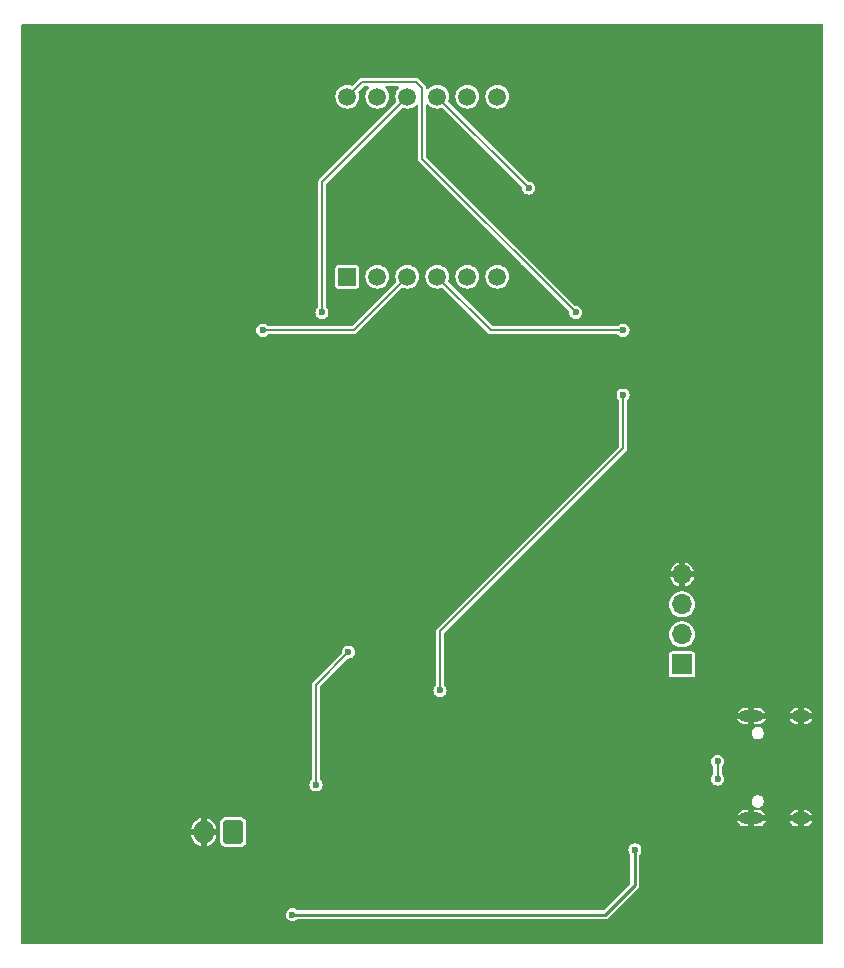
<source format=gbr>
%TF.GenerationSoftware,KiCad,Pcbnew,8.0.3*%
%TF.CreationDate,2024-07-18T13:59:58+08:00*%
%TF.ProjectId,NTC,4e54432e-6b69-4636-9164-5f7063625858,rev?*%
%TF.SameCoordinates,Original*%
%TF.FileFunction,Copper,L2,Bot*%
%TF.FilePolarity,Positive*%
%FSLAX46Y46*%
G04 Gerber Fmt 4.6, Leading zero omitted, Abs format (unit mm)*
G04 Created by KiCad (PCBNEW 8.0.3) date 2024-07-18 13:59:58*
%MOMM*%
%LPD*%
G01*
G04 APERTURE LIST*
G04 Aperture macros list*
%AMRoundRect*
0 Rectangle with rounded corners*
0 $1 Rounding radius*
0 $2 $3 $4 $5 $6 $7 $8 $9 X,Y pos of 4 corners*
0 Add a 4 corners polygon primitive as box body*
4,1,4,$2,$3,$4,$5,$6,$7,$8,$9,$2,$3,0*
0 Add four circle primitives for the rounded corners*
1,1,$1+$1,$2,$3*
1,1,$1+$1,$4,$5*
1,1,$1+$1,$6,$7*
1,1,$1+$1,$8,$9*
0 Add four rect primitives between the rounded corners*
20,1,$1+$1,$2,$3,$4,$5,0*
20,1,$1+$1,$4,$5,$6,$7,0*
20,1,$1+$1,$6,$7,$8,$9,0*
20,1,$1+$1,$8,$9,$2,$3,0*%
G04 Aperture macros list end*
%TA.AperFunction,ComponentPad*%
%ADD10R,1.700000X1.700000*%
%TD*%
%TA.AperFunction,ComponentPad*%
%ADD11O,1.700000X1.700000*%
%TD*%
%TA.AperFunction,ComponentPad*%
%ADD12R,1.500000X1.500000*%
%TD*%
%TA.AperFunction,ComponentPad*%
%ADD13C,1.500000*%
%TD*%
%TA.AperFunction,ComponentPad*%
%ADD14O,2.100000X1.000000*%
%TD*%
%TA.AperFunction,ComponentPad*%
%ADD15O,1.600000X1.000000*%
%TD*%
%TA.AperFunction,ComponentPad*%
%ADD16RoundRect,0.250000X0.600000X0.750000X-0.600000X0.750000X-0.600000X-0.750000X0.600000X-0.750000X0*%
%TD*%
%TA.AperFunction,ComponentPad*%
%ADD17O,1.700000X2.000000*%
%TD*%
%TA.AperFunction,ViaPad*%
%ADD18C,0.600000*%
%TD*%
%TA.AperFunction,Conductor*%
%ADD19C,0.200000*%
%TD*%
%TA.AperFunction,Conductor*%
%ADD20C,0.250000*%
%TD*%
G04 APERTURE END LIST*
D10*
%TO.P,J1,1,Pin_1*%
%TO.N,VDD*%
X172000000Y-104800000D03*
D11*
%TO.P,J1,2,Pin_2*%
%TO.N,/SWDIO*%
X172000000Y-102260000D03*
%TO.P,J1,3,Pin_3*%
%TO.N,/SWCLK*%
X172000000Y-99720000D03*
%TO.P,J1,4,Pin_4*%
%TO.N,GND*%
X172000000Y-97180000D03*
%TD*%
D12*
%TO.P,U2,1,e*%
%TO.N,Net-(U2-e)*%
X143650000Y-71977500D03*
D13*
%TO.P,U2,2,d*%
%TO.N,Net-(U2-d)*%
X146190000Y-71977500D03*
%TO.P,U2,3,DPX*%
%TO.N,Net-(U2-DPX)*%
X148730000Y-71977500D03*
%TO.P,U2,4,c*%
%TO.N,Net-(U2-c)*%
X151270000Y-71977500D03*
%TO.P,U2,5,g*%
%TO.N,Net-(U2-g)*%
X153810000Y-71977500D03*
%TO.P,U2,6,CC4*%
%TO.N,Net-(Q4-C)*%
X156350000Y-71977500D03*
%TO.P,U2,7,b*%
%TO.N,Net-(U2-b)*%
X156350000Y-56737500D03*
%TO.P,U2,8,CC3*%
%TO.N,Net-(Q3-C)*%
X153810000Y-56737500D03*
%TO.P,U2,9,CC2*%
%TO.N,Net-(Q2-C)*%
X151270000Y-56737500D03*
%TO.P,U2,10,f*%
%TO.N,Net-(U2-f)*%
X148730000Y-56737500D03*
%TO.P,U2,11,a*%
%TO.N,Net-(U2-a)*%
X146190000Y-56737500D03*
%TO.P,U2,12,CC1*%
%TO.N,Net-(Q1-C)*%
X143650000Y-56737500D03*
%TD*%
D14*
%TO.P,J3,S1,SHIELD*%
%TO.N,GND*%
X177870000Y-117820000D03*
D15*
X182050000Y-117820000D03*
D14*
X177870000Y-109180000D03*
D15*
X182050000Y-109180000D03*
%TD*%
D16*
%TO.P,J2,1,Pin_1*%
%TO.N,Net-(J2-Pin_1)*%
X134000000Y-119000000D03*
D17*
%TO.P,J2,2,Pin_2*%
%TO.N,GND*%
X131500000Y-119000000D03*
%TD*%
D18*
%TO.N,GND*%
X162500000Y-125000000D03*
X166000000Y-127500000D03*
%TO.N,Net-(U2-DPX)*%
X136500000Y-76500000D03*
%TO.N,Net-(U2-f)*%
X141500000Y-75000000D03*
%TO.N,Net-(U2-c)*%
X167000000Y-76500000D03*
%TO.N,/SEG_C*%
X167000000Y-82000000D03*
X151500000Y-107000000D03*
%TO.N,GND*%
X182000000Y-98500000D03*
X160000000Y-91500000D03*
X152500000Y-105500000D03*
X179000000Y-125000000D03*
X156000000Y-118500000D03*
X138000000Y-85500000D03*
X120500000Y-125500000D03*
X169500000Y-110500000D03*
X160000000Y-96000000D03*
X142000000Y-111500000D03*
X180500000Y-125000000D03*
X145500000Y-124000000D03*
X181000000Y-52000000D03*
X133500000Y-114000000D03*
X119000000Y-55000000D03*
X145500000Y-85500000D03*
X181000000Y-53500000D03*
X181000000Y-55000000D03*
X156000000Y-114000000D03*
X149000000Y-116500000D03*
X148500000Y-104000000D03*
X136500000Y-105000000D03*
X140500000Y-85500000D03*
X180000000Y-102500000D03*
X119000000Y-52000000D03*
X160000000Y-82500000D03*
X173000000Y-124500000D03*
X149000000Y-87500000D03*
X117500000Y-125500000D03*
X117500000Y-127000000D03*
X153000000Y-124000000D03*
X148500000Y-107000000D03*
X139500000Y-104000000D03*
X182500000Y-52000000D03*
X180000000Y-100500000D03*
X180000000Y-98500000D03*
X138500000Y-116000000D03*
X119000000Y-125500000D03*
X182000000Y-125000000D03*
X149000000Y-124000000D03*
X164500000Y-82500000D03*
X144500000Y-109000000D03*
X149000000Y-90500000D03*
X139500000Y-96000000D03*
X155500000Y-82500000D03*
X144000000Y-96000000D03*
X117500000Y-53500000D03*
X119000000Y-53500000D03*
X182500000Y-53500000D03*
X182000000Y-100500000D03*
X119000000Y-127000000D03*
X120500000Y-127000000D03*
X155500000Y-96000000D03*
X135000000Y-85500000D03*
X144000000Y-117500000D03*
X180500000Y-126500000D03*
X169500000Y-124500000D03*
X182500000Y-55000000D03*
X151500000Y-82500000D03*
X182000000Y-102500000D03*
X182000000Y-126500000D03*
X145400000Y-110000000D03*
X179000000Y-126500000D03*
X169500000Y-116000000D03*
X117500000Y-52000000D03*
X117500000Y-55000000D03*
X131000000Y-103000000D03*
X147500000Y-85500000D03*
X149000000Y-120500000D03*
X152500000Y-103500000D03*
X148500000Y-105500000D03*
X143000000Y-85500000D03*
X157000000Y-87500000D03*
X141000000Y-121000000D03*
X152500000Y-87500000D03*
X152500000Y-90500000D03*
X135500000Y-112500000D03*
%TO.N,/VREF*%
X143750000Y-103750000D03*
X141000000Y-115000000D03*
%TO.N,VCC*%
X139000000Y-126000000D03*
X168000000Y-120500000D03*
%TO.N,Net-(Q1-C)*%
X163000000Y-75000000D03*
%TO.N,Net-(Q2-C)*%
X159000000Y-64467500D03*
%TO.N,Net-(U4-UD-)*%
X175000000Y-114500000D03*
X175000000Y-113000000D03*
%TD*%
D19*
%TO.N,Net-(U2-DPX)*%
X144207500Y-76500000D02*
X148730000Y-71977500D01*
X136500000Y-76500000D02*
X144207500Y-76500000D01*
%TO.N,Net-(U2-f)*%
X141500000Y-75000000D02*
X141500000Y-63967500D01*
X141500000Y-63967500D02*
X148730000Y-56737500D01*
%TO.N,Net-(U2-c)*%
X155792500Y-76500000D02*
X151270000Y-71977500D01*
X167000000Y-76500000D02*
X155792500Y-76500000D01*
%TO.N,/SEG_C*%
X167000000Y-86500000D02*
X167000000Y-82000000D01*
X151500000Y-107000000D02*
X151500000Y-102000000D01*
X151500000Y-102000000D02*
X167000000Y-86500000D01*
%TO.N,/VREF*%
X141000000Y-106500000D02*
X143750000Y-103750000D01*
X141000000Y-115000000D02*
X141000000Y-106500000D01*
D20*
%TO.N,VCC*%
X165500000Y-126000000D02*
X168000000Y-123500000D01*
X168000000Y-123500000D02*
X168000000Y-120500000D01*
X139000000Y-126000000D02*
X165500000Y-126000000D01*
D19*
%TO.N,Net-(Q1-C)*%
X163000000Y-75000000D02*
X150000000Y-62000000D01*
X150000000Y-56000000D02*
X149500000Y-55500000D01*
X144887500Y-55500000D02*
X143650000Y-56737500D01*
X149500000Y-55500000D02*
X144887500Y-55500000D01*
X150000000Y-62000000D02*
X150000000Y-56000000D01*
%TO.N,Net-(Q2-C)*%
X159000000Y-64467500D02*
X151270000Y-56737500D01*
%TO.N,Net-(U4-UD-)*%
X175000000Y-113000000D02*
X175000000Y-114500000D01*
%TD*%
%TA.AperFunction,Conductor*%
%TO.N,GND*%
G36*
X183908691Y-50569407D02*
G01*
X183944655Y-50618907D01*
X183949500Y-50649500D01*
X183949500Y-128350500D01*
X183930593Y-128408691D01*
X183881093Y-128444655D01*
X183850500Y-128449500D01*
X116149500Y-128449500D01*
X116091309Y-128430593D01*
X116055345Y-128381093D01*
X116050500Y-128350500D01*
X116050500Y-125999999D01*
X138444750Y-125999999D01*
X138444750Y-126000000D01*
X138463669Y-126143708D01*
X138463670Y-126143709D01*
X138519139Y-126277625D01*
X138607379Y-126392621D01*
X138722375Y-126480861D01*
X138856291Y-126536330D01*
X139000000Y-126555250D01*
X139143709Y-126536330D01*
X139277625Y-126480861D01*
X139388273Y-126395957D01*
X139445947Y-126375534D01*
X139448539Y-126375500D01*
X165549436Y-126375500D01*
X165597186Y-126362705D01*
X165597187Y-126362705D01*
X165644934Y-126349911D01*
X165644933Y-126349911D01*
X165644938Y-126349910D01*
X165730562Y-126300475D01*
X165800475Y-126230562D01*
X168300474Y-123730563D01*
X168300475Y-123730562D01*
X168349910Y-123644938D01*
X168375500Y-123549435D01*
X168375500Y-120948539D01*
X168394407Y-120890348D01*
X168395925Y-120888314D01*
X168480861Y-120777625D01*
X168536330Y-120643709D01*
X168555250Y-120500000D01*
X168536330Y-120356291D01*
X168480861Y-120222375D01*
X168392621Y-120107379D01*
X168277625Y-120019139D01*
X168277621Y-120019137D01*
X168143709Y-119963670D01*
X168143708Y-119963669D01*
X168000000Y-119944750D01*
X167856291Y-119963669D01*
X167856290Y-119963670D01*
X167722378Y-120019137D01*
X167722374Y-120019139D01*
X167607381Y-120107377D01*
X167607377Y-120107381D01*
X167519139Y-120222374D01*
X167519137Y-120222378D01*
X167463670Y-120356290D01*
X167463669Y-120356291D01*
X167444750Y-120499999D01*
X167444750Y-120500000D01*
X167463669Y-120643708D01*
X167463670Y-120643709D01*
X167519139Y-120777625D01*
X167604042Y-120888273D01*
X167624466Y-120945947D01*
X167624500Y-120948539D01*
X167624500Y-123303455D01*
X167605593Y-123361646D01*
X167595504Y-123373459D01*
X165373459Y-125595504D01*
X165318942Y-125623281D01*
X165303455Y-125624500D01*
X139448539Y-125624500D01*
X139390348Y-125605593D01*
X139388314Y-125604074D01*
X139277625Y-125519139D01*
X139277621Y-125519137D01*
X139143709Y-125463670D01*
X139143708Y-125463669D01*
X139000000Y-125444750D01*
X138856291Y-125463669D01*
X138856290Y-125463670D01*
X138722378Y-125519137D01*
X138722374Y-125519139D01*
X138607381Y-125607377D01*
X138607377Y-125607381D01*
X138519139Y-125722374D01*
X138519137Y-125722378D01*
X138463670Y-125856290D01*
X138463669Y-125856291D01*
X138444750Y-125999999D01*
X116050500Y-125999999D01*
X116050500Y-118746581D01*
X130450000Y-118746581D01*
X130450000Y-118749999D01*
X130450001Y-118750000D01*
X131066988Y-118750000D01*
X131034075Y-118807007D01*
X131000000Y-118934174D01*
X131000000Y-119065826D01*
X131034075Y-119192993D01*
X131066988Y-119250000D01*
X130450001Y-119250000D01*
X130450000Y-119250001D01*
X130450000Y-119253418D01*
X130490349Y-119456272D01*
X130569501Y-119647360D01*
X130569508Y-119647374D01*
X130684405Y-119819329D01*
X130830670Y-119965594D01*
X131002625Y-120080491D01*
X131002639Y-120080498D01*
X131193723Y-120159648D01*
X131193730Y-120159650D01*
X131250000Y-120170842D01*
X131250000Y-119433012D01*
X131307007Y-119465925D01*
X131434174Y-119500000D01*
X131565826Y-119500000D01*
X131692993Y-119465925D01*
X131750000Y-119433012D01*
X131750000Y-120170841D01*
X131806269Y-120159650D01*
X131806276Y-120159648D01*
X131997360Y-120080498D01*
X131997374Y-120080491D01*
X132169329Y-119965594D01*
X132315594Y-119819329D01*
X132430491Y-119647374D01*
X132430498Y-119647360D01*
X132509650Y-119456272D01*
X132549999Y-119253418D01*
X132550000Y-119253413D01*
X132550000Y-119250001D01*
X132549999Y-119250000D01*
X131933012Y-119250000D01*
X131965925Y-119192993D01*
X132000000Y-119065826D01*
X132000000Y-118934174D01*
X131965925Y-118807007D01*
X131933012Y-118750000D01*
X132549999Y-118750000D01*
X132550000Y-118749999D01*
X132550000Y-118746586D01*
X132549999Y-118746581D01*
X132509650Y-118543727D01*
X132430498Y-118352639D01*
X132430491Y-118352625D01*
X132329932Y-118202129D01*
X132899500Y-118202129D01*
X132899500Y-119797866D01*
X132899501Y-119797870D01*
X132905908Y-119857480D01*
X132905909Y-119857485D01*
X132956202Y-119992329D01*
X133022206Y-120080498D01*
X133042454Y-120107546D01*
X133042457Y-120107548D01*
X133042458Y-120107549D01*
X133157670Y-120193797D01*
X133292511Y-120244089D01*
X133292512Y-120244089D01*
X133292517Y-120244091D01*
X133352127Y-120250500D01*
X134647872Y-120250499D01*
X134707483Y-120244091D01*
X134774907Y-120218943D01*
X134842329Y-120193797D01*
X134842329Y-120193796D01*
X134842331Y-120193796D01*
X134957546Y-120107546D01*
X135043796Y-119992331D01*
X135094091Y-119857483D01*
X135100500Y-119797873D01*
X135100499Y-118202128D01*
X135094091Y-118142517D01*
X135078068Y-118099556D01*
X135043797Y-118007670D01*
X134957549Y-117892458D01*
X134957548Y-117892457D01*
X134957546Y-117892454D01*
X134913520Y-117859496D01*
X134842329Y-117806202D01*
X134707488Y-117755910D01*
X134707483Y-117755909D01*
X134707481Y-117755908D01*
X134707477Y-117755908D01*
X134676249Y-117752550D01*
X134647873Y-117749500D01*
X134647870Y-117749500D01*
X133352133Y-117749500D01*
X133352129Y-117749500D01*
X133352128Y-117749501D01*
X133344949Y-117750272D01*
X133292519Y-117755908D01*
X133292514Y-117755909D01*
X133157670Y-117806202D01*
X133042458Y-117892450D01*
X133042450Y-117892458D01*
X132956202Y-118007670D01*
X132905910Y-118142511D01*
X132905908Y-118142522D01*
X132899500Y-118202129D01*
X132329932Y-118202129D01*
X132315594Y-118180670D01*
X132169329Y-118034405D01*
X131997374Y-117919508D01*
X131997360Y-117919501D01*
X131806274Y-117840350D01*
X131750000Y-117829156D01*
X131750000Y-118566988D01*
X131692993Y-118534075D01*
X131565826Y-118500000D01*
X131434174Y-118500000D01*
X131307007Y-118534075D01*
X131250000Y-118566988D01*
X131250000Y-117829156D01*
X131193725Y-117840350D01*
X131002639Y-117919501D01*
X131002625Y-117919508D01*
X130830670Y-118034405D01*
X130684405Y-118180670D01*
X130569508Y-118352625D01*
X130569501Y-118352639D01*
X130490349Y-118543727D01*
X130450000Y-118746581D01*
X116050500Y-118746581D01*
X116050500Y-117569999D01*
X176665878Y-117569999D01*
X176665879Y-117570000D01*
X177153012Y-117570000D01*
X177135795Y-117579940D01*
X177079940Y-117635795D01*
X177040444Y-117704204D01*
X177020000Y-117780504D01*
X177020000Y-117859496D01*
X177040444Y-117935796D01*
X177079940Y-118004205D01*
X177135795Y-118060060D01*
X177153012Y-118070000D01*
X176665879Y-118070000D01*
X176699666Y-118151571D01*
X176776271Y-118266220D01*
X176873779Y-118363728D01*
X176988428Y-118440333D01*
X177115816Y-118493098D01*
X177251055Y-118519999D01*
X177251057Y-118520000D01*
X177619999Y-118520000D01*
X177620000Y-118519999D01*
X177620000Y-118120000D01*
X178120000Y-118120000D01*
X178120000Y-118519999D01*
X178120001Y-118520000D01*
X178488943Y-118520000D01*
X178488944Y-118519999D01*
X178624183Y-118493098D01*
X178751571Y-118440333D01*
X178866220Y-118363728D01*
X178963728Y-118266220D01*
X179040333Y-118151571D01*
X179074121Y-118070000D01*
X178586988Y-118070000D01*
X178604205Y-118060060D01*
X178660060Y-118004205D01*
X178699556Y-117935796D01*
X178720000Y-117859496D01*
X178720000Y-117780504D01*
X178699556Y-117704204D01*
X178660060Y-117635795D01*
X178604205Y-117579940D01*
X178586988Y-117570000D01*
X179074121Y-117570000D01*
X179074121Y-117569999D01*
X181095878Y-117569999D01*
X181095879Y-117570000D01*
X181583012Y-117570000D01*
X181565795Y-117579940D01*
X181509940Y-117635795D01*
X181470444Y-117704204D01*
X181450000Y-117780504D01*
X181450000Y-117859496D01*
X181470444Y-117935796D01*
X181509940Y-118004205D01*
X181565795Y-118060060D01*
X181583012Y-118070000D01*
X181095879Y-118070000D01*
X181129666Y-118151571D01*
X181206271Y-118266220D01*
X181303779Y-118363728D01*
X181418428Y-118440333D01*
X181545816Y-118493098D01*
X181681055Y-118519999D01*
X181681057Y-118520000D01*
X181799999Y-118520000D01*
X181800000Y-118519999D01*
X181800000Y-118120000D01*
X182300000Y-118120000D01*
X182300000Y-118519999D01*
X182300001Y-118520000D01*
X182418943Y-118520000D01*
X182418944Y-118519999D01*
X182554183Y-118493098D01*
X182681571Y-118440333D01*
X182796220Y-118363728D01*
X182893728Y-118266220D01*
X182970333Y-118151571D01*
X183004121Y-118070000D01*
X182516988Y-118070000D01*
X182534205Y-118060060D01*
X182590060Y-118004205D01*
X182629556Y-117935796D01*
X182650000Y-117859496D01*
X182650000Y-117780504D01*
X182629556Y-117704204D01*
X182590060Y-117635795D01*
X182534205Y-117579940D01*
X182516988Y-117570000D01*
X183004121Y-117570000D01*
X183004121Y-117569999D01*
X182970333Y-117488428D01*
X182893728Y-117373779D01*
X182796220Y-117276271D01*
X182681571Y-117199666D01*
X182554183Y-117146901D01*
X182418944Y-117120000D01*
X182300001Y-117120000D01*
X182300000Y-117120001D01*
X182300000Y-117520000D01*
X181800000Y-117520000D01*
X181800000Y-117120001D01*
X181799999Y-117120000D01*
X181681055Y-117120000D01*
X181545816Y-117146901D01*
X181418428Y-117199666D01*
X181303779Y-117276271D01*
X181206271Y-117373779D01*
X181129666Y-117488428D01*
X181095878Y-117569999D01*
X179074121Y-117569999D01*
X179040333Y-117488428D01*
X178963728Y-117373779D01*
X178866220Y-117276271D01*
X178751571Y-117199666D01*
X178624183Y-117146901D01*
X178488944Y-117120000D01*
X178120001Y-117120000D01*
X178120000Y-117120001D01*
X178120000Y-117520000D01*
X177620000Y-117520000D01*
X177620000Y-117120001D01*
X177619999Y-117120000D01*
X177251055Y-117120000D01*
X177115816Y-117146901D01*
X176988428Y-117199666D01*
X176873779Y-117276271D01*
X176776271Y-117373779D01*
X176699666Y-117488428D01*
X176665878Y-117569999D01*
X116050500Y-117569999D01*
X116050500Y-116320817D01*
X177874500Y-116320817D01*
X177874500Y-116459183D01*
X177910312Y-116592836D01*
X177979495Y-116712665D01*
X178077335Y-116810505D01*
X178197164Y-116879688D01*
X178330817Y-116915500D01*
X178330819Y-116915500D01*
X178469181Y-116915500D01*
X178469183Y-116915500D01*
X178602836Y-116879688D01*
X178722665Y-116810505D01*
X178820505Y-116712665D01*
X178889688Y-116592836D01*
X178925500Y-116459183D01*
X178925500Y-116320817D01*
X178889688Y-116187164D01*
X178820505Y-116067335D01*
X178722665Y-115969495D01*
X178602836Y-115900312D01*
X178469183Y-115864500D01*
X178330817Y-115864500D01*
X178197164Y-115900312D01*
X178077335Y-115969495D01*
X177979495Y-116067335D01*
X177910312Y-116187164D01*
X177874500Y-116320817D01*
X116050500Y-116320817D01*
X116050500Y-114999999D01*
X140444750Y-114999999D01*
X140444750Y-115000000D01*
X140463669Y-115143708D01*
X140463670Y-115143709D01*
X140519139Y-115277625D01*
X140607379Y-115392621D01*
X140722375Y-115480861D01*
X140856291Y-115536330D01*
X141000000Y-115555250D01*
X141143709Y-115536330D01*
X141277625Y-115480861D01*
X141392621Y-115392621D01*
X141480861Y-115277625D01*
X141536330Y-115143709D01*
X141555250Y-115000000D01*
X141552730Y-114980862D01*
X141536330Y-114856291D01*
X141480861Y-114722375D01*
X141392621Y-114607379D01*
X141392619Y-114607377D01*
X141392618Y-114607376D01*
X141389231Y-114604777D01*
X141354576Y-114554351D01*
X141350500Y-114526236D01*
X141350500Y-112999999D01*
X174444750Y-112999999D01*
X174444750Y-113000000D01*
X174463669Y-113143708D01*
X174463670Y-113143709D01*
X174519139Y-113277625D01*
X174519141Y-113277628D01*
X174519142Y-113277629D01*
X174607375Y-113392617D01*
X174607377Y-113392618D01*
X174607379Y-113392621D01*
X174610763Y-113395217D01*
X174645421Y-113445638D01*
X174649500Y-113473762D01*
X174649500Y-114026236D01*
X174630593Y-114084427D01*
X174610769Y-114104777D01*
X174607381Y-114107376D01*
X174519139Y-114222374D01*
X174519137Y-114222378D01*
X174463670Y-114356290D01*
X174463669Y-114356291D01*
X174444750Y-114499999D01*
X174444750Y-114500000D01*
X174463669Y-114643708D01*
X174463670Y-114643709D01*
X174496253Y-114722374D01*
X174519139Y-114777625D01*
X174607379Y-114892621D01*
X174722375Y-114980861D01*
X174856291Y-115036330D01*
X175000000Y-115055250D01*
X175143709Y-115036330D01*
X175277625Y-114980861D01*
X175392621Y-114892621D01*
X175480861Y-114777625D01*
X175536330Y-114643709D01*
X175555250Y-114500000D01*
X175536330Y-114356291D01*
X175480861Y-114222375D01*
X175392621Y-114107379D01*
X175392619Y-114107377D01*
X175392618Y-114107376D01*
X175389231Y-114104777D01*
X175354576Y-114054351D01*
X175350500Y-114026236D01*
X175350500Y-113473762D01*
X175369407Y-113415571D01*
X175389234Y-113395219D01*
X175392621Y-113392621D01*
X175480861Y-113277625D01*
X175536330Y-113143709D01*
X175555250Y-113000000D01*
X175536330Y-112856291D01*
X175480861Y-112722375D01*
X175392621Y-112607379D01*
X175277625Y-112519139D01*
X175277621Y-112519137D01*
X175143709Y-112463670D01*
X175143708Y-112463669D01*
X175000000Y-112444750D01*
X174856291Y-112463669D01*
X174856290Y-112463670D01*
X174722378Y-112519137D01*
X174722374Y-112519139D01*
X174607381Y-112607377D01*
X174607377Y-112607381D01*
X174519139Y-112722374D01*
X174519137Y-112722378D01*
X174463670Y-112856290D01*
X174463669Y-112856291D01*
X174444750Y-112999999D01*
X141350500Y-112999999D01*
X141350500Y-110540817D01*
X177874500Y-110540817D01*
X177874500Y-110679183D01*
X177910312Y-110812836D01*
X177979495Y-110932665D01*
X178077335Y-111030505D01*
X178197164Y-111099688D01*
X178330817Y-111135500D01*
X178330819Y-111135500D01*
X178469181Y-111135500D01*
X178469183Y-111135500D01*
X178602836Y-111099688D01*
X178722665Y-111030505D01*
X178820505Y-110932665D01*
X178889688Y-110812836D01*
X178925500Y-110679183D01*
X178925500Y-110540817D01*
X178889688Y-110407164D01*
X178820505Y-110287335D01*
X178722665Y-110189495D01*
X178602836Y-110120312D01*
X178469183Y-110084500D01*
X178330817Y-110084500D01*
X178197164Y-110120312D01*
X178077335Y-110189495D01*
X177979495Y-110287335D01*
X177910312Y-110407164D01*
X177874500Y-110540817D01*
X141350500Y-110540817D01*
X141350500Y-108929999D01*
X176665878Y-108929999D01*
X176665879Y-108930000D01*
X177153012Y-108930000D01*
X177135795Y-108939940D01*
X177079940Y-108995795D01*
X177040444Y-109064204D01*
X177020000Y-109140504D01*
X177020000Y-109219496D01*
X177040444Y-109295796D01*
X177079940Y-109364205D01*
X177135795Y-109420060D01*
X177153012Y-109430000D01*
X176665879Y-109430000D01*
X176699666Y-109511571D01*
X176776271Y-109626220D01*
X176873779Y-109723728D01*
X176988428Y-109800333D01*
X177115816Y-109853098D01*
X177251055Y-109879999D01*
X177251057Y-109880000D01*
X177619999Y-109880000D01*
X177620000Y-109879999D01*
X177620000Y-109480000D01*
X178120000Y-109480000D01*
X178120000Y-109879999D01*
X178120001Y-109880000D01*
X178488943Y-109880000D01*
X178488944Y-109879999D01*
X178624183Y-109853098D01*
X178751571Y-109800333D01*
X178866220Y-109723728D01*
X178963728Y-109626220D01*
X179040333Y-109511571D01*
X179074121Y-109430000D01*
X178586988Y-109430000D01*
X178604205Y-109420060D01*
X178660060Y-109364205D01*
X178699556Y-109295796D01*
X178720000Y-109219496D01*
X178720000Y-109140504D01*
X178699556Y-109064204D01*
X178660060Y-108995795D01*
X178604205Y-108939940D01*
X178586988Y-108930000D01*
X179074121Y-108930000D01*
X179074121Y-108929999D01*
X181095878Y-108929999D01*
X181095879Y-108930000D01*
X181583012Y-108930000D01*
X181565795Y-108939940D01*
X181509940Y-108995795D01*
X181470444Y-109064204D01*
X181450000Y-109140504D01*
X181450000Y-109219496D01*
X181470444Y-109295796D01*
X181509940Y-109364205D01*
X181565795Y-109420060D01*
X181583012Y-109430000D01*
X181095879Y-109430000D01*
X181129666Y-109511571D01*
X181206271Y-109626220D01*
X181303779Y-109723728D01*
X181418428Y-109800333D01*
X181545816Y-109853098D01*
X181681055Y-109879999D01*
X181681057Y-109880000D01*
X181799999Y-109880000D01*
X181800000Y-109879999D01*
X181800000Y-109480000D01*
X182300000Y-109480000D01*
X182300000Y-109879999D01*
X182300001Y-109880000D01*
X182418943Y-109880000D01*
X182418944Y-109879999D01*
X182554183Y-109853098D01*
X182681571Y-109800333D01*
X182796220Y-109723728D01*
X182893728Y-109626220D01*
X182970333Y-109511571D01*
X183004121Y-109430000D01*
X182516988Y-109430000D01*
X182534205Y-109420060D01*
X182590060Y-109364205D01*
X182629556Y-109295796D01*
X182650000Y-109219496D01*
X182650000Y-109140504D01*
X182629556Y-109064204D01*
X182590060Y-108995795D01*
X182534205Y-108939940D01*
X182516988Y-108930000D01*
X183004121Y-108930000D01*
X183004121Y-108929999D01*
X182970333Y-108848428D01*
X182893728Y-108733779D01*
X182796220Y-108636271D01*
X182681571Y-108559666D01*
X182554183Y-108506901D01*
X182418944Y-108480000D01*
X182300001Y-108480000D01*
X182300000Y-108480001D01*
X182300000Y-108880000D01*
X181800000Y-108880000D01*
X181800000Y-108480001D01*
X181799999Y-108480000D01*
X181681055Y-108480000D01*
X181545816Y-108506901D01*
X181418428Y-108559666D01*
X181303779Y-108636271D01*
X181206271Y-108733779D01*
X181129666Y-108848428D01*
X181095878Y-108929999D01*
X179074121Y-108929999D01*
X179040333Y-108848428D01*
X178963728Y-108733779D01*
X178866220Y-108636271D01*
X178751571Y-108559666D01*
X178624183Y-108506901D01*
X178488944Y-108480000D01*
X178120001Y-108480000D01*
X178120000Y-108480001D01*
X178120000Y-108880000D01*
X177620000Y-108880000D01*
X177620000Y-108480001D01*
X177619999Y-108480000D01*
X177251055Y-108480000D01*
X177115816Y-108506901D01*
X176988428Y-108559666D01*
X176873779Y-108636271D01*
X176776271Y-108733779D01*
X176699666Y-108848428D01*
X176665878Y-108929999D01*
X141350500Y-108929999D01*
X141350500Y-106999999D01*
X150944750Y-106999999D01*
X150944750Y-107000000D01*
X150963669Y-107143708D01*
X150963670Y-107143709D01*
X151019139Y-107277625D01*
X151107379Y-107392621D01*
X151222375Y-107480861D01*
X151356291Y-107536330D01*
X151500000Y-107555250D01*
X151643709Y-107536330D01*
X151777625Y-107480861D01*
X151892621Y-107392621D01*
X151980861Y-107277625D01*
X152036330Y-107143709D01*
X152055250Y-107000000D01*
X152036330Y-106856291D01*
X151980861Y-106722375D01*
X151892621Y-106607379D01*
X151892619Y-106607377D01*
X151892618Y-106607376D01*
X151889231Y-106604777D01*
X151854576Y-106554351D01*
X151850500Y-106526236D01*
X151850500Y-103925327D01*
X170899500Y-103925327D01*
X170899500Y-105674672D01*
X170899501Y-105674684D01*
X170914033Y-105747736D01*
X170914035Y-105747742D01*
X170969397Y-105830599D01*
X170969399Y-105830601D01*
X171052260Y-105885966D01*
X171107808Y-105897015D01*
X171125315Y-105900498D01*
X171125320Y-105900498D01*
X171125326Y-105900500D01*
X171125327Y-105900500D01*
X172874673Y-105900500D01*
X172874674Y-105900500D01*
X172947740Y-105885966D01*
X173030601Y-105830601D01*
X173085966Y-105747740D01*
X173100500Y-105674674D01*
X173100500Y-103925326D01*
X173085966Y-103852260D01*
X173030601Y-103769399D01*
X173030599Y-103769397D01*
X172947742Y-103714035D01*
X172947740Y-103714034D01*
X172947737Y-103714033D01*
X172947736Y-103714033D01*
X172874684Y-103699501D01*
X172874674Y-103699500D01*
X171125326Y-103699500D01*
X171125325Y-103699500D01*
X171125315Y-103699501D01*
X171052263Y-103714033D01*
X171052257Y-103714035D01*
X170969400Y-103769397D01*
X170969397Y-103769400D01*
X170914035Y-103852257D01*
X170914033Y-103852263D01*
X170899501Y-103925315D01*
X170899500Y-103925327D01*
X151850500Y-103925327D01*
X151850500Y-102260000D01*
X170894785Y-102260000D01*
X170913603Y-102463083D01*
X170969418Y-102659250D01*
X171060327Y-102841821D01*
X171183236Y-103004579D01*
X171333959Y-103141981D01*
X171507363Y-103249348D01*
X171697544Y-103323024D01*
X171898024Y-103360500D01*
X172101976Y-103360500D01*
X172302456Y-103323024D01*
X172492637Y-103249348D01*
X172666041Y-103141981D01*
X172816764Y-103004579D01*
X172939673Y-102841821D01*
X173030582Y-102659250D01*
X173086397Y-102463083D01*
X173105215Y-102260000D01*
X173086397Y-102056917D01*
X173030582Y-101860750D01*
X172939673Y-101678179D01*
X172816764Y-101515421D01*
X172666041Y-101378019D01*
X172492637Y-101270652D01*
X172302456Y-101196976D01*
X172302455Y-101196975D01*
X172302453Y-101196975D01*
X172101976Y-101159500D01*
X171898024Y-101159500D01*
X171697546Y-101196975D01*
X171627632Y-101224059D01*
X171507363Y-101270652D01*
X171333959Y-101378019D01*
X171183237Y-101515420D01*
X171060328Y-101678177D01*
X171060323Y-101678186D01*
X171007242Y-101784788D01*
X170969418Y-101860750D01*
X170913603Y-102056917D01*
X170894785Y-102260000D01*
X151850500Y-102260000D01*
X151850500Y-102186189D01*
X151869407Y-102127998D01*
X151879490Y-102116191D01*
X154275681Y-99720000D01*
X170894785Y-99720000D01*
X170913603Y-99923083D01*
X170969418Y-100119250D01*
X171060327Y-100301821D01*
X171183236Y-100464579D01*
X171333959Y-100601981D01*
X171507363Y-100709348D01*
X171697544Y-100783024D01*
X171898024Y-100820500D01*
X172101976Y-100820500D01*
X172302456Y-100783024D01*
X172492637Y-100709348D01*
X172666041Y-100601981D01*
X172816764Y-100464579D01*
X172939673Y-100301821D01*
X173030582Y-100119250D01*
X173086397Y-99923083D01*
X173105215Y-99720000D01*
X173086397Y-99516917D01*
X173030582Y-99320750D01*
X172939673Y-99138179D01*
X172816764Y-98975421D01*
X172666041Y-98838019D01*
X172492637Y-98730652D01*
X172302456Y-98656976D01*
X172302455Y-98656975D01*
X172302453Y-98656975D01*
X172101976Y-98619500D01*
X171898024Y-98619500D01*
X171697546Y-98656975D01*
X171627632Y-98684059D01*
X171507363Y-98730652D01*
X171333959Y-98838019D01*
X171183237Y-98975420D01*
X171060328Y-99138177D01*
X171060323Y-99138186D01*
X170969419Y-99320747D01*
X170969418Y-99320750D01*
X170913603Y-99516917D01*
X170894785Y-99720000D01*
X154275681Y-99720000D01*
X157065682Y-96929999D01*
X170978588Y-96929999D01*
X170978589Y-96930000D01*
X171566988Y-96930000D01*
X171534075Y-96987007D01*
X171500000Y-97114174D01*
X171500000Y-97245826D01*
X171534075Y-97372993D01*
X171566988Y-97430000D01*
X170978589Y-97430000D01*
X171025232Y-97583762D01*
X171025234Y-97583767D01*
X171122724Y-97766160D01*
X171122731Y-97766170D01*
X171253940Y-97926050D01*
X171253949Y-97926059D01*
X171413829Y-98057268D01*
X171413839Y-98057275D01*
X171596232Y-98154765D01*
X171596237Y-98154767D01*
X171749999Y-98201411D01*
X171750000Y-98201411D01*
X171750000Y-97613012D01*
X171807007Y-97645925D01*
X171934174Y-97680000D01*
X172065826Y-97680000D01*
X172192993Y-97645925D01*
X172250000Y-97613012D01*
X172250000Y-98201411D01*
X172403762Y-98154767D01*
X172403767Y-98154765D01*
X172586160Y-98057275D01*
X172586170Y-98057268D01*
X172746050Y-97926059D01*
X172746059Y-97926050D01*
X172877268Y-97766170D01*
X172877275Y-97766160D01*
X172974765Y-97583767D01*
X172974767Y-97583762D01*
X173021411Y-97430000D01*
X172433012Y-97430000D01*
X172465925Y-97372993D01*
X172500000Y-97245826D01*
X172500000Y-97114174D01*
X172465925Y-96987007D01*
X172433012Y-96930000D01*
X173021411Y-96930000D01*
X173021411Y-96929999D01*
X172974767Y-96776237D01*
X172974765Y-96776232D01*
X172877275Y-96593839D01*
X172877268Y-96593829D01*
X172746059Y-96433949D01*
X172746050Y-96433940D01*
X172586170Y-96302731D01*
X172586160Y-96302724D01*
X172403771Y-96205236D01*
X172403758Y-96205231D01*
X172250000Y-96158588D01*
X172250000Y-96746988D01*
X172192993Y-96714075D01*
X172065826Y-96680000D01*
X171934174Y-96680000D01*
X171807007Y-96714075D01*
X171750000Y-96746988D01*
X171750000Y-96158588D01*
X171596241Y-96205231D01*
X171596228Y-96205236D01*
X171413839Y-96302724D01*
X171413829Y-96302731D01*
X171253949Y-96433940D01*
X171253940Y-96433949D01*
X171122731Y-96593829D01*
X171122724Y-96593839D01*
X171025234Y-96776232D01*
X171025232Y-96776237D01*
X170978588Y-96929999D01*
X157065682Y-96929999D01*
X167280470Y-86715212D01*
X167326614Y-86635288D01*
X167350500Y-86546144D01*
X167350500Y-82473762D01*
X167369407Y-82415571D01*
X167389234Y-82395219D01*
X167392621Y-82392621D01*
X167480861Y-82277625D01*
X167536330Y-82143709D01*
X167555250Y-82000000D01*
X167536330Y-81856291D01*
X167480861Y-81722375D01*
X167392621Y-81607379D01*
X167277625Y-81519139D01*
X167277621Y-81519137D01*
X167143709Y-81463670D01*
X167143708Y-81463669D01*
X167000000Y-81444750D01*
X166856291Y-81463669D01*
X166856290Y-81463670D01*
X166722378Y-81519137D01*
X166722374Y-81519139D01*
X166607381Y-81607377D01*
X166607377Y-81607381D01*
X166519139Y-81722374D01*
X166519137Y-81722378D01*
X166463670Y-81856290D01*
X166463669Y-81856291D01*
X166444750Y-81999999D01*
X166444750Y-82000000D01*
X166463669Y-82143708D01*
X166463670Y-82143709D01*
X166519139Y-82277625D01*
X166519141Y-82277628D01*
X166519142Y-82277629D01*
X166607375Y-82392617D01*
X166607377Y-82392618D01*
X166607379Y-82392621D01*
X166610763Y-82395217D01*
X166645421Y-82445638D01*
X166649500Y-82473762D01*
X166649500Y-86313810D01*
X166630593Y-86372001D01*
X166620504Y-86383814D01*
X151219530Y-101784788D01*
X151173386Y-101864712D01*
X151149500Y-101953857D01*
X151149500Y-106526236D01*
X151130593Y-106584427D01*
X151110769Y-106604777D01*
X151107381Y-106607376D01*
X151019139Y-106722374D01*
X151019137Y-106722378D01*
X150963670Y-106856290D01*
X150963669Y-106856291D01*
X150944750Y-106999999D01*
X141350500Y-106999999D01*
X141350500Y-106686188D01*
X141369407Y-106627997D01*
X141379490Y-106616190D01*
X143662840Y-104332839D01*
X143717355Y-104305064D01*
X143745769Y-104304693D01*
X143749998Y-104305250D01*
X143750000Y-104305250D01*
X143893709Y-104286330D01*
X144027625Y-104230861D01*
X144142621Y-104142621D01*
X144230861Y-104027625D01*
X144286330Y-103893709D01*
X144305250Y-103750000D01*
X144298601Y-103699500D01*
X144286330Y-103606291D01*
X144230861Y-103472375D01*
X144142621Y-103357379D01*
X144027625Y-103269139D01*
X144027621Y-103269137D01*
X143893709Y-103213670D01*
X143893708Y-103213669D01*
X143750000Y-103194750D01*
X143606291Y-103213669D01*
X143606290Y-103213670D01*
X143472378Y-103269137D01*
X143472374Y-103269139D01*
X143357381Y-103357377D01*
X143357377Y-103357381D01*
X143269139Y-103472374D01*
X143269137Y-103472378D01*
X143213670Y-103606290D01*
X143213669Y-103606291D01*
X143194750Y-103749999D01*
X143194750Y-103750003D01*
X143195307Y-103754235D01*
X143184156Y-103814395D01*
X143167158Y-103837159D01*
X140719530Y-106284788D01*
X140673386Y-106364712D01*
X140649500Y-106453857D01*
X140649500Y-114526236D01*
X140630593Y-114584427D01*
X140610769Y-114604777D01*
X140607381Y-114607376D01*
X140519139Y-114722374D01*
X140519137Y-114722378D01*
X140463670Y-114856290D01*
X140463669Y-114856291D01*
X140444750Y-114999999D01*
X116050500Y-114999999D01*
X116050500Y-76499999D01*
X135944750Y-76499999D01*
X135944750Y-76500000D01*
X135963669Y-76643708D01*
X135963670Y-76643709D01*
X136019139Y-76777625D01*
X136107379Y-76892621D01*
X136222375Y-76980861D01*
X136356291Y-77036330D01*
X136500000Y-77055250D01*
X136643709Y-77036330D01*
X136777625Y-76980861D01*
X136892621Y-76892621D01*
X136893385Y-76891624D01*
X136895223Y-76889231D01*
X136945649Y-76854576D01*
X136973764Y-76850500D01*
X144253642Y-76850500D01*
X144253644Y-76850500D01*
X144342788Y-76826614D01*
X144422712Y-76780470D01*
X148266177Y-72937003D01*
X148320692Y-72909228D01*
X148364912Y-72912271D01*
X148533868Y-72963524D01*
X148533871Y-72963524D01*
X148533873Y-72963525D01*
X148729997Y-72982841D01*
X148730000Y-72982841D01*
X148730003Y-72982841D01*
X148926126Y-72963525D01*
X148926127Y-72963524D01*
X148926132Y-72963524D01*
X149114727Y-72906314D01*
X149288538Y-72813410D01*
X149440883Y-72688383D01*
X149565910Y-72536038D01*
X149658814Y-72362227D01*
X149716024Y-72173632D01*
X149735341Y-71977500D01*
X149735341Y-71977496D01*
X150264659Y-71977496D01*
X150264659Y-71977503D01*
X150283974Y-72173626D01*
X150283975Y-72173629D01*
X150341187Y-72362230D01*
X150341188Y-72362232D01*
X150383464Y-72441324D01*
X150434090Y-72536038D01*
X150434092Y-72536040D01*
X150434093Y-72536042D01*
X150559112Y-72688378D01*
X150559121Y-72688387D01*
X150636846Y-72752174D01*
X150711462Y-72813410D01*
X150885273Y-72906314D01*
X151073868Y-72963524D01*
X151073870Y-72963524D01*
X151073873Y-72963525D01*
X151269997Y-72982841D01*
X151270000Y-72982841D01*
X151270003Y-72982841D01*
X151466126Y-72963525D01*
X151466127Y-72963524D01*
X151466132Y-72963524D01*
X151635082Y-72912273D01*
X151696255Y-72913474D01*
X151733824Y-72937006D01*
X155577288Y-76780470D01*
X155657212Y-76826614D01*
X155746356Y-76850500D01*
X166526236Y-76850500D01*
X166584427Y-76869407D01*
X166604777Y-76889231D01*
X166607376Y-76892618D01*
X166607377Y-76892619D01*
X166607379Y-76892621D01*
X166722375Y-76980861D01*
X166856291Y-77036330D01*
X167000000Y-77055250D01*
X167143709Y-77036330D01*
X167277625Y-76980861D01*
X167392621Y-76892621D01*
X167480861Y-76777625D01*
X167536330Y-76643709D01*
X167555250Y-76500000D01*
X167536330Y-76356291D01*
X167480861Y-76222375D01*
X167392621Y-76107379D01*
X167277625Y-76019139D01*
X167277621Y-76019137D01*
X167143709Y-75963670D01*
X167143708Y-75963669D01*
X167000000Y-75944750D01*
X166856291Y-75963669D01*
X166856290Y-75963670D01*
X166722378Y-76019137D01*
X166722374Y-76019139D01*
X166607376Y-76107381D01*
X166604777Y-76110769D01*
X166554351Y-76145424D01*
X166526236Y-76149500D01*
X155978690Y-76149500D01*
X155920499Y-76130593D01*
X155908686Y-76120504D01*
X152229506Y-72441324D01*
X152201729Y-72386807D01*
X152204772Y-72342583D01*
X152256024Y-72173632D01*
X152275341Y-71977500D01*
X152275341Y-71977496D01*
X152804659Y-71977496D01*
X152804659Y-71977503D01*
X152823974Y-72173626D01*
X152823975Y-72173629D01*
X152881187Y-72362230D01*
X152881188Y-72362232D01*
X152923464Y-72441324D01*
X152974090Y-72536038D01*
X152974092Y-72536040D01*
X152974093Y-72536042D01*
X153099112Y-72688378D01*
X153099121Y-72688387D01*
X153176846Y-72752174D01*
X153251462Y-72813410D01*
X153425273Y-72906314D01*
X153613868Y-72963524D01*
X153613870Y-72963524D01*
X153613873Y-72963525D01*
X153809997Y-72982841D01*
X153810000Y-72982841D01*
X153810003Y-72982841D01*
X154006126Y-72963525D01*
X154006127Y-72963524D01*
X154006132Y-72963524D01*
X154194727Y-72906314D01*
X154368538Y-72813410D01*
X154520883Y-72688383D01*
X154645910Y-72536038D01*
X154738814Y-72362227D01*
X154796024Y-72173632D01*
X154815341Y-71977500D01*
X154815341Y-71977496D01*
X155344659Y-71977496D01*
X155344659Y-71977503D01*
X155363974Y-72173626D01*
X155363975Y-72173629D01*
X155421187Y-72362230D01*
X155421188Y-72362232D01*
X155463464Y-72441324D01*
X155514090Y-72536038D01*
X155514092Y-72536040D01*
X155514093Y-72536042D01*
X155639112Y-72688378D01*
X155639121Y-72688387D01*
X155716846Y-72752174D01*
X155791462Y-72813410D01*
X155965273Y-72906314D01*
X156153868Y-72963524D01*
X156153870Y-72963524D01*
X156153873Y-72963525D01*
X156349997Y-72982841D01*
X156350000Y-72982841D01*
X156350003Y-72982841D01*
X156546126Y-72963525D01*
X156546127Y-72963524D01*
X156546132Y-72963524D01*
X156734727Y-72906314D01*
X156908538Y-72813410D01*
X157060883Y-72688383D01*
X157185910Y-72536038D01*
X157278814Y-72362227D01*
X157336024Y-72173632D01*
X157355341Y-71977500D01*
X157355341Y-71977496D01*
X157336025Y-71781373D01*
X157336024Y-71781370D01*
X157336024Y-71781368D01*
X157278814Y-71592773D01*
X157185910Y-71418962D01*
X157185906Y-71418957D01*
X157060887Y-71266621D01*
X157060878Y-71266612D01*
X156908542Y-71141593D01*
X156908540Y-71141592D01*
X156908538Y-71141590D01*
X156867618Y-71119718D01*
X156734732Y-71048688D01*
X156734730Y-71048687D01*
X156546129Y-70991475D01*
X156546126Y-70991474D01*
X156350003Y-70972159D01*
X156349997Y-70972159D01*
X156153873Y-70991474D01*
X156153870Y-70991475D01*
X155965269Y-71048687D01*
X155965267Y-71048688D01*
X155791467Y-71141587D01*
X155791457Y-71141593D01*
X155639121Y-71266612D01*
X155639112Y-71266621D01*
X155514093Y-71418957D01*
X155514087Y-71418967D01*
X155421188Y-71592767D01*
X155421187Y-71592769D01*
X155363975Y-71781370D01*
X155363974Y-71781373D01*
X155344659Y-71977496D01*
X154815341Y-71977496D01*
X154796025Y-71781373D01*
X154796024Y-71781370D01*
X154796024Y-71781368D01*
X154738814Y-71592773D01*
X154645910Y-71418962D01*
X154645906Y-71418957D01*
X154520887Y-71266621D01*
X154520878Y-71266612D01*
X154368542Y-71141593D01*
X154368540Y-71141592D01*
X154368538Y-71141590D01*
X154327618Y-71119718D01*
X154194732Y-71048688D01*
X154194730Y-71048687D01*
X154006129Y-70991475D01*
X154006126Y-70991474D01*
X153810003Y-70972159D01*
X153809997Y-70972159D01*
X153613873Y-70991474D01*
X153613870Y-70991475D01*
X153425269Y-71048687D01*
X153425267Y-71048688D01*
X153251467Y-71141587D01*
X153251457Y-71141593D01*
X153099121Y-71266612D01*
X153099112Y-71266621D01*
X152974093Y-71418957D01*
X152974087Y-71418967D01*
X152881188Y-71592767D01*
X152881187Y-71592769D01*
X152823975Y-71781370D01*
X152823974Y-71781373D01*
X152804659Y-71977496D01*
X152275341Y-71977496D01*
X152256025Y-71781373D01*
X152256024Y-71781370D01*
X152256024Y-71781368D01*
X152198814Y-71592773D01*
X152105910Y-71418962D01*
X152105906Y-71418957D01*
X151980887Y-71266621D01*
X151980878Y-71266612D01*
X151828542Y-71141593D01*
X151828540Y-71141592D01*
X151828538Y-71141590D01*
X151787618Y-71119718D01*
X151654732Y-71048688D01*
X151654730Y-71048687D01*
X151466129Y-70991475D01*
X151466126Y-70991474D01*
X151270003Y-70972159D01*
X151269997Y-70972159D01*
X151073873Y-70991474D01*
X151073870Y-70991475D01*
X150885269Y-71048687D01*
X150885267Y-71048688D01*
X150711467Y-71141587D01*
X150711457Y-71141593D01*
X150559121Y-71266612D01*
X150559112Y-71266621D01*
X150434093Y-71418957D01*
X150434087Y-71418967D01*
X150341188Y-71592767D01*
X150341187Y-71592769D01*
X150283975Y-71781370D01*
X150283974Y-71781373D01*
X150264659Y-71977496D01*
X149735341Y-71977496D01*
X149716025Y-71781373D01*
X149716024Y-71781370D01*
X149716024Y-71781368D01*
X149658814Y-71592773D01*
X149565910Y-71418962D01*
X149565906Y-71418957D01*
X149440887Y-71266621D01*
X149440878Y-71266612D01*
X149288542Y-71141593D01*
X149288540Y-71141592D01*
X149288538Y-71141590D01*
X149247618Y-71119718D01*
X149114732Y-71048688D01*
X149114730Y-71048687D01*
X148926129Y-70991475D01*
X148926126Y-70991474D01*
X148730003Y-70972159D01*
X148729997Y-70972159D01*
X148533873Y-70991474D01*
X148533870Y-70991475D01*
X148345269Y-71048687D01*
X148345267Y-71048688D01*
X148171467Y-71141587D01*
X148171457Y-71141593D01*
X148019121Y-71266612D01*
X148019112Y-71266621D01*
X147894093Y-71418957D01*
X147894087Y-71418967D01*
X147801188Y-71592767D01*
X147801187Y-71592769D01*
X147743975Y-71781370D01*
X147743974Y-71781373D01*
X147724659Y-71977496D01*
X147724659Y-71977503D01*
X147743974Y-72173626D01*
X147743975Y-72173632D01*
X147795226Y-72342581D01*
X147794025Y-72403754D01*
X147770493Y-72441323D01*
X144091314Y-76120504D01*
X144036797Y-76148281D01*
X144021310Y-76149500D01*
X136973764Y-76149500D01*
X136915573Y-76130593D01*
X136895223Y-76110769D01*
X136892623Y-76107381D01*
X136892621Y-76107380D01*
X136892621Y-76107379D01*
X136777625Y-76019139D01*
X136777621Y-76019137D01*
X136643709Y-75963670D01*
X136643708Y-75963669D01*
X136500000Y-75944750D01*
X136356291Y-75963669D01*
X136356290Y-75963670D01*
X136222378Y-76019137D01*
X136222374Y-76019139D01*
X136107381Y-76107377D01*
X136107377Y-76107381D01*
X136019139Y-76222374D01*
X136019137Y-76222378D01*
X135963670Y-76356290D01*
X135963669Y-76356291D01*
X135944750Y-76499999D01*
X116050500Y-76499999D01*
X116050500Y-74999999D01*
X140944750Y-74999999D01*
X140944750Y-75000000D01*
X140963669Y-75143708D01*
X140963670Y-75143709D01*
X141019139Y-75277625D01*
X141107379Y-75392621D01*
X141222375Y-75480861D01*
X141356291Y-75536330D01*
X141500000Y-75555250D01*
X141643709Y-75536330D01*
X141777625Y-75480861D01*
X141892621Y-75392621D01*
X141980861Y-75277625D01*
X142036330Y-75143709D01*
X142055250Y-75000000D01*
X142036330Y-74856291D01*
X141980861Y-74722375D01*
X141892621Y-74607379D01*
X141892619Y-74607377D01*
X141892618Y-74607376D01*
X141889231Y-74604777D01*
X141854576Y-74554351D01*
X141850500Y-74526236D01*
X141850500Y-71202827D01*
X142649500Y-71202827D01*
X142649500Y-72752172D01*
X142649501Y-72752184D01*
X142664033Y-72825236D01*
X142664035Y-72825242D01*
X142719397Y-72908099D01*
X142719400Y-72908102D01*
X142762659Y-72937006D01*
X142802260Y-72963466D01*
X142857808Y-72974515D01*
X142875315Y-72977998D01*
X142875320Y-72977998D01*
X142875326Y-72978000D01*
X142875327Y-72978000D01*
X144424673Y-72978000D01*
X144424674Y-72978000D01*
X144497740Y-72963466D01*
X144580601Y-72908101D01*
X144635966Y-72825240D01*
X144650500Y-72752174D01*
X144650500Y-71977496D01*
X145184659Y-71977496D01*
X145184659Y-71977503D01*
X145203974Y-72173626D01*
X145203975Y-72173629D01*
X145261187Y-72362230D01*
X145261188Y-72362232D01*
X145303464Y-72441324D01*
X145354090Y-72536038D01*
X145354092Y-72536040D01*
X145354093Y-72536042D01*
X145479112Y-72688378D01*
X145479121Y-72688387D01*
X145556846Y-72752174D01*
X145631462Y-72813410D01*
X145805273Y-72906314D01*
X145993868Y-72963524D01*
X145993870Y-72963524D01*
X145993873Y-72963525D01*
X146189997Y-72982841D01*
X146190000Y-72982841D01*
X146190003Y-72982841D01*
X146386126Y-72963525D01*
X146386127Y-72963524D01*
X146386132Y-72963524D01*
X146574727Y-72906314D01*
X146748538Y-72813410D01*
X146900883Y-72688383D01*
X147025910Y-72536038D01*
X147118814Y-72362227D01*
X147176024Y-72173632D01*
X147195341Y-71977500D01*
X147195341Y-71977496D01*
X147176025Y-71781373D01*
X147176024Y-71781370D01*
X147176024Y-71781368D01*
X147118814Y-71592773D01*
X147025910Y-71418962D01*
X147025906Y-71418957D01*
X146900887Y-71266621D01*
X146900878Y-71266612D01*
X146748542Y-71141593D01*
X146748540Y-71141592D01*
X146748538Y-71141590D01*
X146707618Y-71119718D01*
X146574732Y-71048688D01*
X146574730Y-71048687D01*
X146386129Y-70991475D01*
X146386126Y-70991474D01*
X146190003Y-70972159D01*
X146189997Y-70972159D01*
X145993873Y-70991474D01*
X145993870Y-70991475D01*
X145805269Y-71048687D01*
X145805267Y-71048688D01*
X145631467Y-71141587D01*
X145631457Y-71141593D01*
X145479121Y-71266612D01*
X145479112Y-71266621D01*
X145354093Y-71418957D01*
X145354087Y-71418967D01*
X145261188Y-71592767D01*
X145261187Y-71592769D01*
X145203975Y-71781370D01*
X145203974Y-71781373D01*
X145184659Y-71977496D01*
X144650500Y-71977496D01*
X144650500Y-71202826D01*
X144635966Y-71129760D01*
X144635964Y-71129757D01*
X144580602Y-71046900D01*
X144580599Y-71046897D01*
X144497742Y-70991535D01*
X144497740Y-70991534D01*
X144497737Y-70991533D01*
X144497736Y-70991533D01*
X144424684Y-70977001D01*
X144424674Y-70977000D01*
X142875326Y-70977000D01*
X142875325Y-70977000D01*
X142875315Y-70977001D01*
X142802263Y-70991533D01*
X142802257Y-70991535D01*
X142719400Y-71046897D01*
X142719397Y-71046900D01*
X142664035Y-71129757D01*
X142664033Y-71129763D01*
X142649501Y-71202815D01*
X142649500Y-71202827D01*
X141850500Y-71202827D01*
X141850500Y-64153689D01*
X141869407Y-64095498D01*
X141879490Y-64083691D01*
X148266177Y-57697003D01*
X148320692Y-57669228D01*
X148364912Y-57672271D01*
X148533868Y-57723524D01*
X148533871Y-57723524D01*
X148533873Y-57723525D01*
X148729997Y-57742841D01*
X148730000Y-57742841D01*
X148730003Y-57742841D01*
X148926126Y-57723525D01*
X148926127Y-57723524D01*
X148926132Y-57723524D01*
X149114727Y-57666314D01*
X149288538Y-57573410D01*
X149440883Y-57448383D01*
X149473971Y-57408064D01*
X149525502Y-57375077D01*
X149586582Y-57378678D01*
X149633879Y-57417494D01*
X149649500Y-57470869D01*
X149649500Y-62046144D01*
X149673386Y-62135288D01*
X149719530Y-62215212D01*
X158476478Y-70972159D01*
X162417158Y-74912839D01*
X162444935Y-74967356D01*
X162445308Y-74995761D01*
X162444750Y-75000000D01*
X162463669Y-75143708D01*
X162463670Y-75143709D01*
X162519139Y-75277625D01*
X162607379Y-75392621D01*
X162722375Y-75480861D01*
X162856291Y-75536330D01*
X163000000Y-75555250D01*
X163143709Y-75536330D01*
X163277625Y-75480861D01*
X163392621Y-75392621D01*
X163480861Y-75277625D01*
X163536330Y-75143709D01*
X163555250Y-75000000D01*
X163536330Y-74856291D01*
X163480861Y-74722375D01*
X163392621Y-74607379D01*
X163277625Y-74519139D01*
X163277621Y-74519137D01*
X163143709Y-74463670D01*
X163143708Y-74463669D01*
X163000000Y-74444750D01*
X162995761Y-74445308D01*
X162935601Y-74434155D01*
X162912839Y-74417158D01*
X150379496Y-61883814D01*
X150351719Y-61829297D01*
X150350500Y-61813810D01*
X150350500Y-57470869D01*
X150369407Y-57412678D01*
X150418907Y-57376714D01*
X150480093Y-57376714D01*
X150526029Y-57408065D01*
X150559114Y-57448380D01*
X150559121Y-57448387D01*
X150711457Y-57573406D01*
X150711462Y-57573410D01*
X150885273Y-57666314D01*
X151073868Y-57723524D01*
X151073870Y-57723524D01*
X151073873Y-57723525D01*
X151269997Y-57742841D01*
X151270000Y-57742841D01*
X151270003Y-57742841D01*
X151466126Y-57723525D01*
X151466127Y-57723524D01*
X151466132Y-57723524D01*
X151635082Y-57672273D01*
X151696255Y-57673474D01*
X151733824Y-57697006D01*
X158417158Y-64380340D01*
X158444935Y-64434857D01*
X158445307Y-64463263D01*
X158444750Y-64467494D01*
X158444750Y-64467500D01*
X158463669Y-64611208D01*
X158463670Y-64611209D01*
X158519139Y-64745125D01*
X158607379Y-64860121D01*
X158722375Y-64948361D01*
X158856291Y-65003830D01*
X159000000Y-65022750D01*
X159143709Y-65003830D01*
X159277625Y-64948361D01*
X159392621Y-64860121D01*
X159480861Y-64745125D01*
X159536330Y-64611209D01*
X159555250Y-64467500D01*
X159536330Y-64323791D01*
X159480861Y-64189875D01*
X159392621Y-64074879D01*
X159277625Y-63986639D01*
X159277621Y-63986637D01*
X159143709Y-63931170D01*
X159143708Y-63931169D01*
X159000000Y-63912250D01*
X158999995Y-63912250D01*
X158995763Y-63912807D01*
X158935603Y-63901655D01*
X158912840Y-63884658D01*
X152229506Y-57201324D01*
X152201729Y-57146807D01*
X152204772Y-57102583D01*
X152256024Y-56933632D01*
X152275341Y-56737500D01*
X152275341Y-56737496D01*
X152804659Y-56737496D01*
X152804659Y-56737503D01*
X152823974Y-56933626D01*
X152823975Y-56933629D01*
X152881187Y-57122230D01*
X152881188Y-57122232D01*
X152923464Y-57201324D01*
X152974090Y-57296038D01*
X152974092Y-57296040D01*
X152974093Y-57296042D01*
X153099112Y-57448378D01*
X153099121Y-57448387D01*
X153251457Y-57573406D01*
X153251462Y-57573410D01*
X153425273Y-57666314D01*
X153613868Y-57723524D01*
X153613870Y-57723524D01*
X153613873Y-57723525D01*
X153809997Y-57742841D01*
X153810000Y-57742841D01*
X153810003Y-57742841D01*
X154006126Y-57723525D01*
X154006127Y-57723524D01*
X154006132Y-57723524D01*
X154194727Y-57666314D01*
X154368538Y-57573410D01*
X154520883Y-57448383D01*
X154645910Y-57296038D01*
X154738814Y-57122227D01*
X154796024Y-56933632D01*
X154815341Y-56737500D01*
X154815341Y-56737496D01*
X155344659Y-56737496D01*
X155344659Y-56737503D01*
X155363974Y-56933626D01*
X155363975Y-56933629D01*
X155421187Y-57122230D01*
X155421188Y-57122232D01*
X155463464Y-57201324D01*
X155514090Y-57296038D01*
X155514092Y-57296040D01*
X155514093Y-57296042D01*
X155639112Y-57448378D01*
X155639121Y-57448387D01*
X155791457Y-57573406D01*
X155791462Y-57573410D01*
X155965273Y-57666314D01*
X156153868Y-57723524D01*
X156153870Y-57723524D01*
X156153873Y-57723525D01*
X156349997Y-57742841D01*
X156350000Y-57742841D01*
X156350003Y-57742841D01*
X156546126Y-57723525D01*
X156546127Y-57723524D01*
X156546132Y-57723524D01*
X156734727Y-57666314D01*
X156908538Y-57573410D01*
X157060883Y-57448383D01*
X157185910Y-57296038D01*
X157278814Y-57122227D01*
X157336024Y-56933632D01*
X157355341Y-56737500D01*
X157355341Y-56737496D01*
X157336025Y-56541373D01*
X157336024Y-56541370D01*
X157336024Y-56541368D01*
X157278814Y-56352773D01*
X157185910Y-56178962D01*
X157185906Y-56178957D01*
X157060887Y-56026621D01*
X157060878Y-56026612D01*
X156908542Y-55901593D01*
X156908540Y-55901592D01*
X156908538Y-55901590D01*
X156839539Y-55864709D01*
X156734732Y-55808688D01*
X156734730Y-55808687D01*
X156715079Y-55802726D01*
X156546132Y-55751476D01*
X156546129Y-55751475D01*
X156546126Y-55751474D01*
X156350003Y-55732159D01*
X156349997Y-55732159D01*
X156153873Y-55751474D01*
X156153870Y-55751475D01*
X155965269Y-55808687D01*
X155965267Y-55808688D01*
X155791467Y-55901587D01*
X155791457Y-55901593D01*
X155639121Y-56026612D01*
X155639112Y-56026621D01*
X155514093Y-56178957D01*
X155514087Y-56178967D01*
X155421188Y-56352767D01*
X155421187Y-56352769D01*
X155363975Y-56541370D01*
X155363974Y-56541373D01*
X155344659Y-56737496D01*
X154815341Y-56737496D01*
X154796025Y-56541373D01*
X154796024Y-56541370D01*
X154796024Y-56541368D01*
X154738814Y-56352773D01*
X154645910Y-56178962D01*
X154645906Y-56178957D01*
X154520887Y-56026621D01*
X154520878Y-56026612D01*
X154368542Y-55901593D01*
X154368540Y-55901592D01*
X154368538Y-55901590D01*
X154299539Y-55864709D01*
X154194732Y-55808688D01*
X154194730Y-55808687D01*
X154175079Y-55802726D01*
X154006132Y-55751476D01*
X154006129Y-55751475D01*
X154006126Y-55751474D01*
X153810003Y-55732159D01*
X153809997Y-55732159D01*
X153613873Y-55751474D01*
X153613870Y-55751475D01*
X153425269Y-55808687D01*
X153425267Y-55808688D01*
X153251467Y-55901587D01*
X153251457Y-55901593D01*
X153099121Y-56026612D01*
X153099112Y-56026621D01*
X152974093Y-56178957D01*
X152974087Y-56178967D01*
X152881188Y-56352767D01*
X152881187Y-56352769D01*
X152823975Y-56541370D01*
X152823974Y-56541373D01*
X152804659Y-56737496D01*
X152275341Y-56737496D01*
X152256025Y-56541373D01*
X152256024Y-56541370D01*
X152256024Y-56541368D01*
X152198814Y-56352773D01*
X152105910Y-56178962D01*
X152105906Y-56178957D01*
X151980887Y-56026621D01*
X151980878Y-56026612D01*
X151828542Y-55901593D01*
X151828540Y-55901592D01*
X151828538Y-55901590D01*
X151759539Y-55864709D01*
X151654732Y-55808688D01*
X151654730Y-55808687D01*
X151635079Y-55802726D01*
X151466132Y-55751476D01*
X151466129Y-55751475D01*
X151466126Y-55751474D01*
X151270003Y-55732159D01*
X151269997Y-55732159D01*
X151073873Y-55751474D01*
X151073870Y-55751475D01*
X150885269Y-55808687D01*
X150885267Y-55808688D01*
X150711467Y-55901587D01*
X150711457Y-55901593D01*
X150559121Y-56026612D01*
X150559112Y-56026621D01*
X150526028Y-56066935D01*
X150474497Y-56099922D01*
X150413417Y-56096320D01*
X150366120Y-56057505D01*
X150350500Y-56004130D01*
X150350500Y-55953857D01*
X150339665Y-55913420D01*
X150326614Y-55864712D01*
X150294267Y-55808686D01*
X150280470Y-55784788D01*
X149715212Y-55219530D01*
X149635288Y-55173386D01*
X149546144Y-55149500D01*
X144841356Y-55149500D01*
X144752212Y-55173386D01*
X144752211Y-55173386D01*
X144752209Y-55173387D01*
X144672289Y-55219529D01*
X144672287Y-55219531D01*
X144113823Y-55777993D01*
X144059307Y-55805770D01*
X144015082Y-55802726D01*
X143846132Y-55751475D01*
X143846126Y-55751474D01*
X143650003Y-55732159D01*
X143649997Y-55732159D01*
X143453873Y-55751474D01*
X143453870Y-55751475D01*
X143265269Y-55808687D01*
X143265267Y-55808688D01*
X143091467Y-55901587D01*
X143091457Y-55901593D01*
X142939121Y-56026612D01*
X142939112Y-56026621D01*
X142814093Y-56178957D01*
X142814087Y-56178967D01*
X142721188Y-56352767D01*
X142721187Y-56352769D01*
X142663975Y-56541370D01*
X142663974Y-56541373D01*
X142644659Y-56737496D01*
X142644659Y-56737503D01*
X142663974Y-56933626D01*
X142663975Y-56933629D01*
X142721187Y-57122230D01*
X142721188Y-57122232D01*
X142763464Y-57201324D01*
X142814090Y-57296038D01*
X142814092Y-57296040D01*
X142814093Y-57296042D01*
X142939112Y-57448378D01*
X142939121Y-57448387D01*
X143091457Y-57573406D01*
X143091462Y-57573410D01*
X143265273Y-57666314D01*
X143453868Y-57723524D01*
X143453870Y-57723524D01*
X143453873Y-57723525D01*
X143649997Y-57742841D01*
X143650000Y-57742841D01*
X143650003Y-57742841D01*
X143846126Y-57723525D01*
X143846127Y-57723524D01*
X143846132Y-57723524D01*
X144034727Y-57666314D01*
X144208538Y-57573410D01*
X144360883Y-57448383D01*
X144485910Y-57296038D01*
X144578814Y-57122227D01*
X144636024Y-56933632D01*
X144655341Y-56737500D01*
X144655341Y-56737496D01*
X144636025Y-56541373D01*
X144636024Y-56541371D01*
X144636024Y-56541370D01*
X144636024Y-56541368D01*
X144584772Y-56372414D01*
X144585973Y-56311244D01*
X144609506Y-56273675D01*
X145003686Y-55879496D01*
X145058202Y-55851719D01*
X145073689Y-55850500D01*
X145417029Y-55850500D01*
X145475220Y-55869407D01*
X145511184Y-55918907D01*
X145511184Y-55980093D01*
X145482093Y-56022715D01*
X145482556Y-56023178D01*
X145480107Y-56025626D01*
X145479832Y-56026030D01*
X145479118Y-56026615D01*
X145479112Y-56026621D01*
X145354093Y-56178957D01*
X145354087Y-56178967D01*
X145261188Y-56352767D01*
X145261187Y-56352769D01*
X145203975Y-56541370D01*
X145203974Y-56541373D01*
X145184659Y-56737496D01*
X145184659Y-56737503D01*
X145203974Y-56933626D01*
X145203975Y-56933629D01*
X145261187Y-57122230D01*
X145261188Y-57122232D01*
X145303464Y-57201324D01*
X145354090Y-57296038D01*
X145354092Y-57296040D01*
X145354093Y-57296042D01*
X145479112Y-57448378D01*
X145479121Y-57448387D01*
X145631457Y-57573406D01*
X145631462Y-57573410D01*
X145805273Y-57666314D01*
X145993868Y-57723524D01*
X145993870Y-57723524D01*
X145993873Y-57723525D01*
X146189997Y-57742841D01*
X146190000Y-57742841D01*
X146190003Y-57742841D01*
X146386126Y-57723525D01*
X146386127Y-57723524D01*
X146386132Y-57723524D01*
X146574727Y-57666314D01*
X146748538Y-57573410D01*
X146900883Y-57448383D01*
X147025910Y-57296038D01*
X147118814Y-57122227D01*
X147176024Y-56933632D01*
X147195341Y-56737500D01*
X147195341Y-56737496D01*
X147176025Y-56541373D01*
X147176024Y-56541370D01*
X147176024Y-56541368D01*
X147118814Y-56352773D01*
X147025910Y-56178962D01*
X147025906Y-56178957D01*
X146900887Y-56026621D01*
X146900881Y-56026615D01*
X146900168Y-56026030D01*
X146899940Y-56025674D01*
X146897444Y-56023178D01*
X146897991Y-56022630D01*
X146867179Y-55974499D01*
X146870780Y-55913420D01*
X146909594Y-55866122D01*
X146962971Y-55850500D01*
X147957029Y-55850500D01*
X148015220Y-55869407D01*
X148051184Y-55918907D01*
X148051184Y-55980093D01*
X148022093Y-56022715D01*
X148022556Y-56023178D01*
X148020107Y-56025626D01*
X148019832Y-56026030D01*
X148019118Y-56026615D01*
X148019112Y-56026621D01*
X147894093Y-56178957D01*
X147894087Y-56178967D01*
X147801188Y-56352767D01*
X147801187Y-56352769D01*
X147743975Y-56541370D01*
X147743974Y-56541373D01*
X147724659Y-56737496D01*
X147724659Y-56737503D01*
X147743974Y-56933626D01*
X147743975Y-56933632D01*
X147795226Y-57102581D01*
X147794025Y-57163754D01*
X147770493Y-57201323D01*
X141219530Y-63752288D01*
X141173386Y-63832212D01*
X141149500Y-63921357D01*
X141149500Y-74526236D01*
X141130593Y-74584427D01*
X141110769Y-74604777D01*
X141107381Y-74607376D01*
X141019139Y-74722374D01*
X141019137Y-74722378D01*
X140963670Y-74856290D01*
X140963669Y-74856291D01*
X140944750Y-74999999D01*
X116050500Y-74999999D01*
X116050500Y-50649500D01*
X116069407Y-50591309D01*
X116118907Y-50555345D01*
X116149500Y-50550500D01*
X183850500Y-50550500D01*
X183908691Y-50569407D01*
G37*
%TD.AperFunction*%
%TD*%
M02*

</source>
